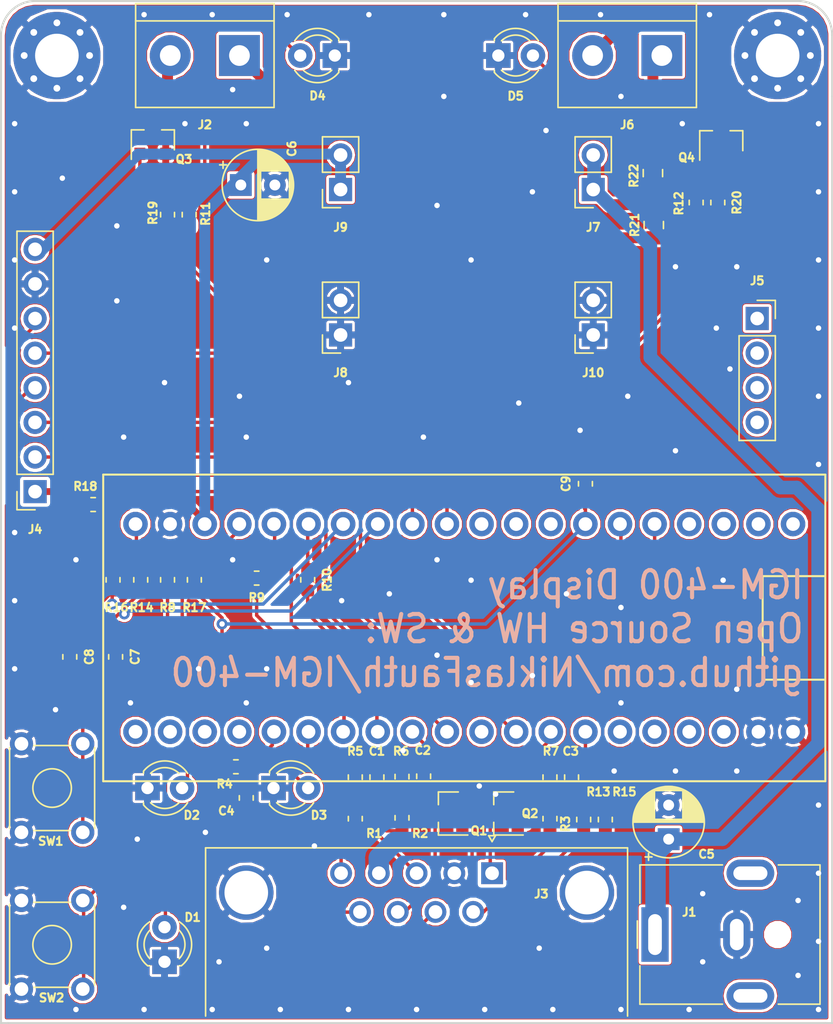
<source format=kicad_pcb>
(kicad_pcb (version 20171130) (host pcbnew 5.0.2-bee76a0~70~ubuntu18.04.1)
  (layers (0 F.Cu signal hide) (31 B.Cu signal hide) (34 B.Paste user hide) (35 F.Paste user) (36 B.SilkS user hide) (37 F.SilkS user) (38 B.Mask user) (39 F.Mask user) (44 Edge.Cuts user))
  (net 0 "")
  (net 1 "Net-(J4-Pad1)")
  (net 2 "Net-(J5-Pad1)")
  (net 3 "Net-(J5-Pad2)")
  (net 4 "Net-(J5-Pad3)")
  (net 5 "Net-(J5-Pad4)")
  (net 6 "Net-(J3-Pad1)")
  (net 7 "Net-(J3-Pad8)")
  (net 8 "Net-(U1-PadPB12)")
  (net 9 "Net-(U1-PadPB13)")
  (net 10 "Net-(U1-PadPB14)")
  (net 11 "Net-(U1-PadPB15)")
  (net 12 "Net-(U1-PadPA11)")
  (net 13 "Net-(U1-PadPA12)")
  (net 14 "Net-(U1-PadPA15)")
  (net 15 "Net-(U1-PadVBAT)")
  (net 16 "Net-(U1-PadPC13)")
  (net 17 "Net-(U1-PadPC14)")
  (net 18 "Net-(U1-PadPC15)")
  (net 19 "Net-(U1-PadPA6)")
  (net 20 "Net-(U1-PadPB10)")
  (net 21 "Net-(U1-PadPB11)")
  (net 22 "Net-(U1-PadNRST)")
  (net 23 "Net-(D1-Pad2)")
  (net 24 "Net-(D2-Pad2)")
  (net 25 "Net-(D3-Pad2)")
  (net 26 "Net-(J2-Pad1)")
  (net 27 "Net-(J2-Pad2)")
  (net 28 "Net-(J6-Pad2)")
  (net 29 "Net-(J6-Pad1)")
  (net 30 "Net-(D4-Pad2)")
  (net 31 "Net-(D5-Pad2)")
  (net 32 +24V)
  (net 33 I_LOW)
  (net 34 +3V3)
  (net 35 STATUS_OC)
  (net 36 +5V)
  (net 37 OUT1)
  (net 38 "Net-(Q3-Pad1)")
  (net 39 "Net-(Q4-Pad1)")
  (net 40 OUT2)
  (net 41 BUTTON_I)
  (net 42 "Net-(Q1-Pad1)")
  (net 43 MODE)
  (net 44 I_HIGH)
  (net 45 PWR)
  (net 46 EN)
  (net 47 "Net-(Q2-Pad1)")
  (net 48 GND)
  (net 49 B_IN)
  (net 50 A_IN)
  (net 51 A_REF)
  (net 52 DB9_REF)
  (net 53 DB9_C_IN)
  (net 54 C_IN)
  (net 55 DB9_B_IN)
  (net 56 DB9_A_IN)
  (net 57 BUTTON_PWR)
  (net 58 SCK)
  (net 59 MOSI)
  (net 60 DC)
  (net 61 RESET)
  (net 62 CS)
  (module BP:BLUEPILL (layer F.Cu) (at 83.5 101 270)
    (fp_text reference U1 hide)
    (fp_text value BP)
    (pad PB12 thru_hole circle (at -7.62 -24.13 270) (size 1.8 1.8) (drill 1) (layers *.Cu *.Mask) (net 8 "Net-(U1-PadPB12)"))
    (pad PB13 thru_hole circle (at -7.62 -21.59 270) (size 1.8 1.8) (drill 1) (layers *.Cu *.Mask) (net 9 "Net-(U1-PadPB13)"))
    (pad PB14 thru_hole circle (at -7.62 -19.05 270) (size 1.8 1.8) (drill 1) (layers *.Cu *.Mask) (net 10 "Net-(U1-PadPB14)"))
    (pad PB15 thru_hole circle (at -7.62 -16.51 270) (size 1.8 1.8) (drill 1) (layers *.Cu *.Mask) (net 11 "Net-(U1-PadPB15)"))
    (pad PA8 thru_hole circle (at -7.62 -13.97 270) (size 1.8 1.8) (drill 1) (layers *.Cu *.Mask) (net 46 EN))
    (pad PA9 thru_hole circle (at -7.62 -11.43 270) (size 1.8 1.8) (drill 1) (layers *.Cu *.Mask) (net 43 MODE))
    (pad PA10 thru_hole circle (at -7.62 -8.89 270) (size 1.8 1.8) (drill 1) (layers *.Cu *.Mask) (net 35 STATUS_OC))
    (pad PA11 thru_hole circle (at -7.62 -6.35 270) (size 1.8 1.8) (drill 1) (layers *.Cu *.Mask) (net 12 "Net-(U1-PadPA11)"))
    (pad PA12 thru_hole circle (at -7.62 -3.81 270) (size 1.8 1.8) (drill 1) (layers *.Cu *.Mask) (net 13 "Net-(U1-PadPA12)"))
    (pad PA15 thru_hole circle (at -7.62 -1.27 270) (size 1.8 1.8) (drill 1) (layers *.Cu *.Mask) (net 14 "Net-(U1-PadPA15)"))
    (pad PB3 thru_hole circle (at -7.62 1.27 270) (size 1.8 1.8) (drill 1) (layers *.Cu *.Mask) (net 40 OUT2))
    (pad PB4 thru_hole circle (at -7.62 3.81 270) (size 1.8 1.8) (drill 1) (layers *.Cu *.Mask) (net 37 OUT1))
    (pad PB5 thru_hole circle (at -7.62 6.35 270) (size 1.8 1.8) (drill 1) (layers *.Cu *.Mask) (net 41 BUTTON_I))
    (pad PB6 thru_hole circle (at -7.62 8.89 270) (size 1.8 1.8) (drill 1) (layers *.Cu *.Mask) (net 57 BUTTON_PWR))
    (pad PB7 thru_hole circle (at -7.62 11.43 270) (size 1.8 1.8) (drill 1) (layers *.Cu *.Mask) (net 44 I_HIGH))
    (pad PB8 thru_hole circle (at -7.62 13.97 270) (size 1.8 1.8) (drill 1) (layers *.Cu *.Mask) (net 33 I_LOW))
    (pad PB9 thru_hole circle (at -7.62 16.51 270) (size 1.8 1.8) (drill 1) (layers *.Cu *.Mask) (net 45 PWR))
    (pad G thru_hole circle (at -7.62 21.59 270) (size 1.8 1.8) (drill 1) (layers *.Cu *.Mask) (net 48 GND))
    (pad 3V3 thru_hole circle (at -7.62 24.13 270) (size 1.8 1.8) (drill 1) (layers *.Cu *.Mask) (net 34 +3V3))
    (pad VBAT thru_hole circle (at 7.62 24.13 270) (size 1.8 1.8) (drill 1) (layers *.Cu *.Mask) (net 15 "Net-(U1-PadVBAT)"))
    (pad PC13 thru_hole circle (at 7.62 21.59 270) (size 1.8 1.8) (drill 1) (layers *.Cu *.Mask) (net 16 "Net-(U1-PadPC13)"))
    (pad PC14 thru_hole circle (at 7.62 19.05 270) (size 1.8 1.8) (drill 1) (layers *.Cu *.Mask) (net 17 "Net-(U1-PadPC14)"))
    (pad PC15 thru_hole circle (at 7.62 16.51 270) (size 1.8 1.8) (drill 1) (layers *.Cu *.Mask) (net 18 "Net-(U1-PadPC15)"))
    (pad PA0 thru_hole circle (at 7.62 13.97 270) (size 1.8 1.8) (drill 1) (layers *.Cu *.Mask) (net 51 A_REF))
    (pad PA1 thru_hole circle (at 7.62 11.43 270) (size 1.8 1.8) (drill 1) (layers *.Cu *.Mask) (net 50 A_IN))
    (pad PA2 thru_hole circle (at 7.62 8.89 270) (size 1.8 1.8) (drill 1) (layers *.Cu *.Mask) (net 62 CS))
    (pad PA3 thru_hole circle (at 7.62 6.35 270) (size 1.8 1.8) (drill 1) (layers *.Cu *.Mask) (net 60 DC))
    (pad PA4 thru_hole circle (at 7.62 3.81 270) (size 1.8 1.8) (drill 1) (layers *.Cu *.Mask) (net 61 RESET))
    (pad PA5 thru_hole circle (at 7.62 1.27 270) (size 1.8 1.8) (drill 1) (layers *.Cu *.Mask) (net 58 SCK))
    (pad PA6 thru_hole circle (at 7.62 -1.27 270) (size 1.8 1.8) (drill 1) (layers *.Cu *.Mask) (net 19 "Net-(U1-PadPA6)"))
    (pad PA7 thru_hole circle (at 7.62 -3.81 270) (size 1.8 1.8) (drill 1) (layers *.Cu *.Mask) (net 59 MOSI))
    (pad PB0 thru_hole circle (at 7.62 -6.35 270) (size 1.8 1.8) (drill 1) (layers *.Cu *.Mask) (net 49 B_IN))
    (pad PB1 thru_hole circle (at 7.62 -8.89 270) (size 1.8 1.8) (drill 1) (layers *.Cu *.Mask) (net 54 C_IN))
    (pad PB10 thru_hole circle (at 7.62 -11.43 270) (size 1.8 1.8) (drill 1) (layers *.Cu *.Mask) (net 20 "Net-(U1-PadPB10)"))
    (pad PB11 thru_hole circle (at 7.62 -13.97 270) (size 1.8 1.8) (drill 1) (layers *.Cu *.Mask) (net 21 "Net-(U1-PadPB11)"))
    (pad NRST thru_hole circle (at 7.62 -16.51 270) (size 1.8 1.8) (drill 1) (layers *.Cu *.Mask) (net 22 "Net-(U1-PadNRST)"))
    (pad 3V3 thru_hole circle (at 7.62 -19.05 270) (size 1.8 1.8) (drill 1) (layers *.Cu *.Mask) (net 34 +3V3))
    (pad G thru_hole circle (at 7.62 -21.59 270) (size 1.8 1.8) (drill 1) (layers *.Cu *.Mask) (net 48 GND))
    (pad G thru_hole circle (at 7.62 -24.13 270) (size 1.8 1.8) (drill 1) (layers *.Cu *.Mask) (net 48 GND))
    (pad 5V thru_hole circle (at -7.62 19.05 270) (size 1.8 1.8) (drill 1) (layers *.Cu *.Mask) (net 36 +5V))
  )
  (module MountingHole:MountingHole_3.2mm_M3_Pad_Via (layer F.Cu) (at 53.6 59)
    (fp_text reference H1 hide)
    (fp_text value MountingHole_Pad)
    (pad 1 thru_hole circle (at 1.697056 -1.697056) (size 0.8 0.8) (drill 0.5) (layers *.Cu *.Mask) (net 48 GND))
    (pad 1 thru_hole circle (at 0 -2.4) (size 0.8 0.8) (drill 0.5) (layers *.Cu *.Mask) (net 48 GND))
    (pad 1 thru_hole circle (at -1.697056 -1.697056) (size 0.8 0.8) (drill 0.5) (layers *.Cu *.Mask) (net 48 GND))
    (pad 1 thru_hole circle (at -2.4 0) (size 0.8 0.8) (drill 0.5) (layers *.Cu *.Mask) (net 48 GND))
    (pad 1 thru_hole circle (at -1.697056 1.697056) (size 0.8 0.8) (drill 0.5) (layers *.Cu *.Mask) (net 48 GND))
    (pad 1 thru_hole circle (at 0 2.4) (size 0.8 0.8) (drill 0.5) (layers *.Cu *.Mask) (net 48 GND))
    (pad 1 thru_hole circle (at 1.697056 1.697056) (size 0.8 0.8) (drill 0.5) (layers *.Cu *.Mask) (net 48 GND))
    (pad 1 thru_hole circle (at 2.4 0) (size 0.8 0.8) (drill 0.5) (layers *.Cu *.Mask) (net 48 GND))
    (pad 1 thru_hole circle (at 0 0) (size 6.4 6.4) (drill 3.2) (layers *.Cu *.Mask) (net 48 GND))
  )
  (module MountingHole:MountingHole_3.2mm_M3_Pad_Via (layer F.Cu) (at 106.5 59)
    (fp_text reference H2 hide)
    (fp_text value MountingHole_Pad)
    (pad 1 thru_hole circle (at 0 0) (size 6.4 6.4) (drill 3.2) (layers *.Cu *.Mask) (net 48 GND))
    (pad 1 thru_hole circle (at 2.4 0) (size 0.8 0.8) (drill 0.5) (layers *.Cu *.Mask) (net 48 GND))
    (pad 1 thru_hole circle (at 1.697056 1.697056) (size 0.8 0.8) (drill 0.5) (layers *.Cu *.Mask) (net 48 GND))
    (pad 1 thru_hole circle (at 0 2.4) (size 0.8 0.8) (drill 0.5) (layers *.Cu *.Mask) (net 48 GND))
    (pad 1 thru_hole circle (at -1.697056 1.697056) (size 0.8 0.8) (drill 0.5) (layers *.Cu *.Mask) (net 48 GND))
    (pad 1 thru_hole circle (at -2.4 0) (size 0.8 0.8) (drill 0.5) (layers *.Cu *.Mask) (net 48 GND))
    (pad 1 thru_hole circle (at -1.697056 -1.697056) (size 0.8 0.8) (drill 0.5) (layers *.Cu *.Mask) (net 48 GND))
    (pad 1 thru_hole circle (at 0 -2.4) (size 0.8 0.8) (drill 0.5) (layers *.Cu *.Mask) (net 48 GND))
    (pad 1 thru_hole circle (at 1.697056 -1.697056) (size 0.8 0.8) (drill 0.5) (layers *.Cu *.Mask) (net 48 GND))
  )
  (module Capacitor_SMD:C_0603_1608Metric (layer F.Cu) (at 77.089 111.9505 90)
    (fp_text reference C1 (at 1.905 0 180) (layer F.SilkS) (effects (font (size 0.6 0.6))))
    (fp_text value 1n)
    (pad 1 smd roundrect (at -0.7875 0 90) (size 0.875 0.95) (layers F.Cu F.Paste F.Mask) (net 50 A_IN))
    (pad 2 smd roundrect (at 0.7875 0 90) (size 0.875 0.95) (layers F.Cu F.Paste F.Mask) (net 48 GND))
  )
  (module Capacitor_SMD:C_0603_1608Metric (layer F.Cu) (at 91.3765 111.9505 90)
    (fp_text reference C3 (at 1.905 -0.0635 180) (layer F.SilkS) (effects (font (size 0.6 0.6))))
    (fp_text value 1n)
    (pad 2 smd roundrect (at 0.7875 0 90) (size 0.875 0.95) (layers F.Cu F.Paste F.Mask) (net 48 GND))
    (pad 1 smd roundrect (at -0.7875 0 90) (size 0.875 0.95) (layers F.Cu F.Paste F.Mask) (net 54 C_IN))
  )
  (module Capacitor_SMD:C_0603_1608Metric (layer F.Cu) (at 67.5005 113.4745 270)
    (fp_text reference C4 (at 0.9525 1.4605) (layer F.SilkS) (effects (font (size 0.6 0.6))))
    (fp_text value 1n)
    (pad 1 smd roundrect (at -0.7875 0 270) (size 0.875 0.95) (layers F.Cu F.Paste F.Mask) (net 51 A_REF))
    (pad 2 smd roundrect (at 0.7875 0 270) (size 0.875 0.95) (layers F.Cu F.Paste F.Mask) (net 48 GND))
  )
  (module Capacitor_SMD:C_0603_1608Metric (layer F.Cu) (at 57.912 103.124 270)
    (fp_text reference C7 (at 0 -1.43 270) (layer F.SilkS) (effects (font (size 0.6 0.6))))
    (fp_text value 1n)
    (pad 2 smd roundrect (at 0.7875 0 270) (size 0.875 0.95) (layers F.Cu F.Paste F.Mask) (net 48 GND))
    (pad 1 smd roundrect (at -0.7875 0 270) (size 0.875 0.95) (layers F.Cu F.Paste F.Mask) (net 41 BUTTON_I))
  )
  (module Capacitor_SMD:C_0603_1608Metric (layer F.Cu) (at 54.5465 103.124 270)
    (fp_text reference C8 (at 0 -1.43 270) (layer F.SilkS) (effects (font (size 0.6 0.6))))
    (fp_text value 1n)
    (pad 1 smd roundrect (at -0.7875 0 270) (size 0.875 0.95) (layers F.Cu F.Paste F.Mask) (net 57 BUTTON_PWR))
    (pad 2 smd roundrect (at 0.7875 0 270) (size 0.875 0.95) (layers F.Cu F.Paste F.Mask) (net 48 GND))
  )
  (module Capacitor_SMD:C_0603_1608Metric (layer F.Cu) (at 92.3925 90.424 90)
    (fp_text reference C9 (at 0 -1.43 90) (layer F.SilkS) (effects (font (size 0.6 0.6))))
    (fp_text value 1n)
    (pad 2 smd roundrect (at 0.7875 0 90) (size 0.875 0.95) (layers F.Cu F.Paste F.Mask) (net 48 GND))
    (pad 1 smd roundrect (at -0.7875 0 90) (size 0.875 0.95) (layers F.Cu F.Paste F.Mask) (net 35 STATUS_OC))
  )
  (module Capacitor_SMD:C_0603_1608Metric (layer F.Cu) (at 80.518 111.887 90)
    (fp_text reference C2 (at 1.905 -0.0635 180) (layer F.SilkS) (effects (font (size 0.6 0.6))))
    (fp_text value 1n)
    (pad 1 smd roundrect (at -0.7875 0 90) (size 0.875 0.95) (layers F.Cu F.Paste F.Mask) (net 49 B_IN))
    (pad 2 smd roundrect (at 0.7875 0 90) (size 0.875 0.95) (layers F.Cu F.Paste F.Mask) (net 48 GND))
  )
  (module Capacitor_THT:CP_Radial_D5.0mm_P2.50mm (layer F.Cu) (at 98.5 116.5 90)
    (fp_text reference C5 (at -1.102 2.7825 180) (layer F.SilkS) (effects (font (size 0.6 0.6))))
    (fp_text value 22u)
    (pad 2 thru_hole circle (at 2.5 0 90) (size 1.6 1.6) (drill 0.8) (layers *.Cu *.Mask) (net 48 GND))
    (pad 1 thru_hole rect (at 0 0 90) (size 1.6 1.6) (drill 0.8) (layers *.Cu *.Mask) (net 32 +24V))
  )
  (module Capacitor_THT:CP_Radial_D5.0mm_P2.50mm (layer F.Cu) (at 67.1 68.5)
    (fp_text reference C6 (at 3.7465 -2.667 -270) (layer F.SilkS) (effects (font (size 0.6 0.6))))
    (fp_text value 220u)
    (pad 1 thru_hole rect (at 0 0) (size 1.6 1.6) (drill 0.8) (layers *.Cu *.Mask) (net 36 +5V))
    (pad 2 thru_hole circle (at 2.5 0) (size 1.6 1.6) (drill 0.8) (layers *.Cu *.Mask) (net 48 GND))
  )
  (module Connector_PinSocket_2.54mm:PinSocket_1x02_P2.54mm_Vertical (layer F.Cu) (at 92.964 68.834 180)
    (fp_text reference J7 (at 0 -2.77 180) (layer F.SilkS) (effects (font (size 0.6 0.6))))
    (fp_text value Conn_01x02)
    (pad 2 thru_hole oval (at 0 2.54 180) (size 1.7 1.7) (drill 1) (layers *.Cu *.Mask) (net 32 +24V))
    (pad 1 thru_hole rect (at 0 0 180) (size 1.7 1.7) (drill 1) (layers *.Cu *.Mask) (net 32 +24V))
  )
  (module Connector_PinSocket_2.54mm:PinSocket_1x02_P2.54mm_Vertical (layer F.Cu) (at 74.422 68.834 180)
    (fp_text reference J9 (at 0 -2.77 180) (layer F.SilkS) (effects (font (size 0.6 0.6))))
    (fp_text value Conn_01x02)
    (pad 1 thru_hole rect (at 0 0 180) (size 1.7 1.7) (drill 1) (layers *.Cu *.Mask) (net 36 +5V))
    (pad 2 thru_hole oval (at 0 2.54 180) (size 1.7 1.7) (drill 1) (layers *.Cu *.Mask) (net 36 +5V))
  )
  (module Connector_PinSocket_2.54mm:PinSocket_1x02_P2.54mm_Vertical (layer F.Cu) (at 92.963999 79.502 180)
    (fp_text reference J10 (at 0 -2.77 180) (layer F.SilkS) (effects (font (size 0.6 0.6))))
    (fp_text value Conn_01x02)
    (pad 2 thru_hole oval (at 0 2.54 180) (size 1.7 1.7) (drill 1) (layers *.Cu *.Mask) (net 48 GND))
    (pad 1 thru_hole rect (at 0 0 180) (size 1.7 1.7) (drill 1) (layers *.Cu *.Mask) (net 48 GND))
  )
  (module Connector_PinSocket_2.54mm:PinSocket_1x02_P2.54mm_Vertical (layer F.Cu) (at 74.422 79.501999 180)
    (fp_text reference J8 (at 0 -2.77 180) (layer F.SilkS) (effects (font (size 0.6 0.6))))
    (fp_text value Conn_01x02)
    (pad 1 thru_hole rect (at 0 0 180) (size 1.7 1.7) (drill 1) (layers *.Cu *.Mask) (net 48 GND))
    (pad 2 thru_hole oval (at 0 2.54 180) (size 1.7 1.7) (drill 1) (layers *.Cu *.Mask) (net 48 GND))
  )
  (module Package_TO_SOT_SMD:SOT-23 (layer F.Cu) (at 86.4235 114.6175 180)
    (fp_text reference Q2 (at -1.905 0 180) (layer F.SilkS) (effects (font (size 0.6 0.6))))
    (fp_text value 2N7002)
    (pad 3 smd rect (at 1 0 180) (size 0.9 0.8) (layers F.Cu F.Paste F.Mask) (net 6 "Net-(J3-Pad1)"))
    (pad 2 smd rect (at -1 0.95 180) (size 0.9 0.8) (layers F.Cu F.Paste F.Mask) (net 48 GND))
    (pad 1 smd rect (at -1 -0.95 180) (size 0.9 0.8) (layers F.Cu F.Paste F.Mask) (net 47 "Net-(Q2-Pad1)"))
  )
  (module Package_TO_SOT_SMD:SOT-23 (layer F.Cu) (at 82.3595 114.6175 180)
    (fp_text reference Q1 (at -2.2225 -1.27 180) (layer F.SilkS) (effects (font (size 0.6 0.6))))
    (fp_text value 2N7002)
    (pad 1 smd rect (at -1 -0.95 180) (size 0.9 0.8) (layers F.Cu F.Paste F.Mask) (net 42 "Net-(Q1-Pad1)"))
    (pad 2 smd rect (at -1 0.95 180) (size 0.9 0.8) (layers F.Cu F.Paste F.Mask) (net 48 GND))
    (pad 3 smd rect (at 1 0 180) (size 0.9 0.8) (layers F.Cu F.Paste F.Mask) (net 7 "Net-(J3-Pad8)"))
  )
  (module Package_TO_SOT_SMD:SOT-23 (layer F.Cu) (at 60.6425 65.2145 90)
    (fp_text reference Q3 (at -1.397 2.286 180) (layer F.SilkS) (effects (font (size 0.6 0.6))))
    (fp_text value 2N7002)
    (pad 3 smd rect (at 1 0 90) (size 0.9 0.8) (layers F.Cu F.Paste F.Mask) (net 27 "Net-(J2-Pad2)"))
    (pad 2 smd rect (at -1 0.95 90) (size 0.9 0.8) (layers F.Cu F.Paste F.Mask) (net 48 GND))
    (pad 1 smd rect (at -1 -0.95 90) (size 0.9 0.8) (layers F.Cu F.Paste F.Mask) (net 38 "Net-(Q3-Pad1)"))
  )
  (module Package_TO_SOT_SMD:SOT-23 (layer F.Cu) (at 102.362 65.278 90)
    (fp_text reference Q4 (at -1.2065 -2.54 180) (layer F.SilkS) (effects (font (size 0.6 0.6))))
    (fp_text value 2N7002)
    (pad 1 smd rect (at -1 -0.95 90) (size 0.9 0.8) (layers F.Cu F.Paste F.Mask) (net 39 "Net-(Q4-Pad1)"))
    (pad 2 smd rect (at -1 0.95 90) (size 0.9 0.8) (layers F.Cu F.Paste F.Mask) (net 48 GND))
    (pad 3 smd rect (at 1 0 90) (size 0.9 0.8) (layers F.Cu F.Paste F.Mask) (net 28 "Net-(J6-Pad2)"))
  )
  (module Resistor_SMD:R_0603_1608Metric (layer F.Cu) (at 89.789 111.9505 270)
    (fp_text reference R7 (at -1.905 -0.0635) (layer F.SilkS) (effects (font (size 0.6 0.6))))
    (fp_text value 100)
    (pad 2 smd roundrect (at 0.7875 0 270) (size 0.875 0.95) (layers F.Cu F.Paste F.Mask) (net 54 C_IN))
    (pad 1 smd roundrect (at -0.7875 0 270) (size 0.875 0.95) (layers F.Cu F.Paste F.Mask) (net 48 GND))
  )
  (module Resistor_SMD:R_0603_1608Metric (layer F.Cu) (at 57.7215 97.4725 90)
    (fp_text reference R16 (at -2.032 0.254 180) (layer F.SilkS) (effects (font (size 0.6 0.6))))
    (fp_text value 10k)
    (pad 1 smd roundrect (at -0.7875 0 90) (size 0.875 0.95) (layers F.Cu F.Paste F.Mask) (net 57 BUTTON_PWR))
    (pad 2 smd roundrect (at 0.7875 0 90) (size 0.875 0.95) (layers F.Cu F.Paste F.Mask) (net 34 +3V3))
  )
  (module Resistor_SMD:R_0603_1608Metric (layer F.Cu) (at 75.5015 114.9985 270)
    (fp_text reference R1 (at 1.0795 -1.397) (layer F.SilkS) (effects (font (size 0.6 0.6))))
    (fp_text value 100)
    (pad 2 smd roundrect (at 0.7875 0 270) (size 0.875 0.95) (layers F.Cu F.Paste F.Mask) (net 56 DB9_A_IN))
    (pad 1 smd roundrect (at -0.7875 0 270) (size 0.875 0.95) (layers F.Cu F.Paste F.Mask) (net 50 A_IN))
  )
  (module Resistor_SMD:R_0603_1608Metric (layer F.Cu) (at 78.9305 114.935 270)
    (fp_text reference R2 (at 1.143 -1.3335) (layer F.SilkS) (effects (font (size 0.6 0.6))))
    (fp_text value 100)
    (pad 1 smd roundrect (at -0.7875 0 270) (size 0.875 0.95) (layers F.Cu F.Paste F.Mask) (net 49 B_IN))
    (pad 2 smd roundrect (at 0.7875 0 270) (size 0.875 0.95) (layers F.Cu F.Paste F.Mask) (net 55 DB9_B_IN))
  )
  (module Resistor_SMD:R_0603_1608Metric (layer F.Cu) (at 89.789 114.9985 270)
    (fp_text reference R3 (at 0.381 -1.143 270) (layer F.SilkS) (effects (font (size 0.6 0.6))))
    (fp_text value 100)
    (pad 2 smd roundrect (at 0.7875 0 270) (size 0.875 0.95) (layers F.Cu F.Paste F.Mask) (net 53 DB9_C_IN))
    (pad 1 smd roundrect (at -0.7875 0 270) (size 0.875 0.95) (layers F.Cu F.Paste F.Mask) (net 54 C_IN))
  )
  (module Resistor_SMD:R_0603_1608Metric (layer F.Cu) (at 66.7385 111.1885 180)
    (fp_text reference R4 (at 0.8255 -1.27 180) (layer F.SilkS) (effects (font (size 0.6 0.6))))
    (fp_text value 100)
    (pad 1 smd roundrect (at -0.7875 0 180) (size 0.875 0.95) (layers F.Cu F.Paste F.Mask) (net 51 A_REF))
    (pad 2 smd roundrect (at 0.7875 0 180) (size 0.875 0.95) (layers F.Cu F.Paste F.Mask) (net 52 DB9_REF))
  )
  (module Resistor_SMD:R_0603_1608Metric (layer F.Cu) (at 75.5015 111.9505 270)
    (fp_text reference R5 (at -1.905 0) (layer F.SilkS) (effects (font (size 0.6 0.6))))
    (fp_text value 100)
    (pad 2 smd roundrect (at 0.7875 0 270) (size 0.875 0.95) (layers F.Cu F.Paste F.Mask) (net 50 A_IN))
    (pad 1 smd roundrect (at -0.7875 0 270) (size 0.875 0.95) (layers F.Cu F.Paste F.Mask) (net 48 GND))
  )
  (module Resistor_SMD:R_0603_1608Metric (layer F.Cu) (at 78.9305 111.912501 270)
    (fp_text reference R6 (at -1.867001 0.0635) (layer F.SilkS) (effects (font (size 0.6 0.6))))
    (fp_text value 100)
    (pad 1 smd roundrect (at -0.7875 0 270) (size 0.875 0.95) (layers F.Cu F.Paste F.Mask) (net 48 GND))
    (pad 2 smd roundrect (at 0.7875 0 270) (size 0.875 0.95) (layers F.Cu F.Paste F.Mask) (net 49 B_IN))
  )
  (module Resistor_SMD:R_0603_1608Metric (layer F.Cu) (at 93.853 115.062 90)
    (fp_text reference R15 (at 2.032 1.397 180) (layer F.SilkS) (effects (font (size 0.6 0.6))))
    (fp_text value 10k)
    (pad 2 smd roundrect (at 0.7875 0 90) (size 0.875 0.95) (layers F.Cu F.Paste F.Mask) (net 46 EN))
    (pad 1 smd roundrect (at -0.7875 0 90) (size 0.875 0.95) (layers F.Cu F.Paste F.Mask) (net 47 "Net-(Q2-Pad1)"))
  )
  (module Resistor_SMD:R_0603_1608Metric (layer F.Cu) (at 61.722 97.4725 270)
    (fp_text reference R8 (at 2.032 0) (layer F.SilkS) (effects (font (size 0.6 0.6))))
    (fp_text value 470)
    (pad 1 smd roundrect (at -0.7875 0 270) (size 0.875 0.95) (layers F.Cu F.Paste F.Mask) (net 45 PWR))
    (pad 2 smd roundrect (at 0.7875 0 270) (size 0.875 0.95) (layers F.Cu F.Paste F.Mask) (net 23 "Net-(D1-Pad2)"))
  )
  (module Resistor_SMD:R_0603_1608Metric (layer F.Cu) (at 72.009 97.4725 270)
    (fp_text reference R10 (at 0 -1.43 270) (layer F.SilkS) (effects (font (size 0.6 0.6))))
    (fp_text value 470)
    (pad 2 smd roundrect (at 0.7875 0 270) (size 0.875 0.95) (layers F.Cu F.Paste F.Mask) (net 25 "Net-(D3-Pad2)"))
    (pad 1 smd roundrect (at -0.7875 0 270) (size 0.875 0.95) (layers F.Cu F.Paste F.Mask) (net 44 I_HIGH))
  )
  (module Resistor_SMD:R_0603_1608Metric (layer F.Cu) (at 63.3095 70.6755 90)
    (fp_text reference R11 (at 0.0635 1.2065 90) (layer F.SilkS) (effects (font (size 0.6 0.6))))
    (fp_text value 470)
    (pad 1 smd roundrect (at -0.7875 0 90) (size 0.875 0.95) (layers F.Cu F.Paste F.Mask) (net 37 OUT1))
    (pad 2 smd roundrect (at 0.7875 0 90) (size 0.875 0.95) (layers F.Cu F.Paste F.Mask) (net 30 "Net-(D4-Pad2)"))
  )
  (module Resistor_SMD:R_0603_1608Metric (layer F.Cu) (at 100.5205 69.7865 90)
    (fp_text reference R12 (at -0.0635 -1.27 90) (layer F.SilkS) (effects (font (size 0.6 0.6))))
    (fp_text value 470)
    (pad 2 smd roundrect (at 0.7875 0 90) (size 0.875 0.95) (layers F.Cu F.Paste F.Mask) (net 31 "Net-(D5-Pad2)"))
    (pad 1 smd roundrect (at -0.7875 0 90) (size 0.875 0.95) (layers F.Cu F.Paste F.Mask) (net 40 OUT2))
  )
  (module Resistor_SMD:R_0603_1608Metric (layer F.Cu) (at 92.2655 115.062 90)
    (fp_text reference R13 (at 2.032 1.0795 180) (layer F.SilkS) (effects (font (size 0.6 0.6))))
    (fp_text value 10k)
    (pad 1 smd roundrect (at -0.7875 0 90) (size 0.875 0.95) (layers F.Cu F.Paste F.Mask) (net 42 "Net-(Q1-Pad1)"))
    (pad 2 smd roundrect (at 0.7875 0 90) (size 0.875 0.95) (layers F.Cu F.Paste F.Mask) (net 43 MODE))
  )
  (module Resistor_SMD:R_0603_1608Metric (layer F.Cu) (at 59.7535 97.4725 90)
    (fp_text reference R14 (at -2.032 0.0635 180) (layer F.SilkS) (effects (font (size 0.6 0.6))))
    (fp_text value 10k)
    (pad 2 smd roundrect (at 0.7875 0 90) (size 0.875 0.95) (layers F.Cu F.Paste F.Mask) (net 34 +3V3))
    (pad 1 smd roundrect (at -0.7875 0 90) (size 0.875 0.95) (layers F.Cu F.Paste F.Mask) (net 41 BUTTON_I))
  )
  (module Resistor_SMD:R_0603_1608Metric (layer F.Cu) (at 102.108 69.7865 270)
    (fp_text reference R20 (at 0 -1.397 270) (layer F.SilkS) (effects (font (size 0.6 0.6))))
    (fp_text value 10k)
    (pad 1 smd roundrect (at -0.7875 0 270) (size 0.875 0.95) (layers F.Cu F.Paste F.Mask) (net 39 "Net-(Q4-Pad1)"))
    (pad 2 smd roundrect (at 0.7875 0 270) (size 0.875 0.95) (layers F.Cu F.Paste F.Mask) (net 40 OUT2))
  )
  (module Resistor_SMD:R_0603_1608Metric (layer F.Cu) (at 61.722 70.6755 270)
    (fp_text reference R19 (at -0.127 1.0795 270) (layer F.SilkS) (effects (font (size 0.6 0.6))))
    (fp_text value 10k)
    (pad 2 smd roundrect (at 0.7875 0 270) (size 0.875 0.95) (layers F.Cu F.Paste F.Mask) (net 37 OUT1))
    (pad 1 smd roundrect (at -0.7875 0 270) (size 0.875 0.95) (layers F.Cu F.Paste F.Mask) (net 38 "Net-(Q3-Pad1)"))
  )
  (module Resistor_SMD:R_0603_1608Metric (layer F.Cu) (at 56.261 91.948)
    (fp_text reference R18 (at -0.5715 -1.3335) (layer F.SilkS) (effects (font (size 0.6 0.6))))
    (fp_text value 10R)
    (pad 1 smd roundrect (at -0.7875 0) (size 0.875 0.95) (layers F.Cu F.Paste F.Mask) (net 1 "Net-(J4-Pad1)"))
    (pad 2 smd roundrect (at 0.7875 0) (size 0.875 0.95) (layers F.Cu F.Paste F.Mask) (net 36 +5V))
  )
  (module Resistor_SMD:R_0603_1608Metric (layer F.Cu) (at 63.6905 97.4725 90)
    (fp_text reference R17 (at -2.032 0 180) (layer F.SilkS) (effects (font (size 0.6 0.6))))
    (fp_text value 10k)
    (pad 2 smd roundrect (at 0.7875 0 90) (size 0.875 0.95) (layers F.Cu F.Paste F.Mask) (net 34 +3V3))
    (pad 1 smd roundrect (at -0.7875 0 90) (size 0.875 0.95) (layers F.Cu F.Paste F.Mask) (net 35 STATUS_OC))
  )
  (module Resistor_SMD:R_0603_1608Metric (layer F.Cu) (at 68.2625 97.3455 180)
    (fp_text reference R9 (at 0 -1.43 180) (layer F.SilkS) (effects (font (size 0.6 0.6))))
    (fp_text value 470)
    (pad 1 smd roundrect (at -0.7875 0 180) (size 0.875 0.95) (layers F.Cu F.Paste F.Mask) (net 33 I_LOW))
    (pad 2 smd roundrect (at 0.7875 0 180) (size 0.875 0.95) (layers F.Cu F.Paste F.Mask) (net 24 "Net-(D2-Pad2)"))
  )
  (module Resistor_SMD:R_0805_2012Metric (layer F.Cu) (at 97.3455 67.6275 270)
    (fp_text reference R22 (at 0.1905 1.397 270) (layer F.SilkS) (effects (font (size 0.6 0.6))))
    (fp_text value 0R)
    (pad 2 smd roundrect (at 0.9375 0 270) (size 0.975 1.4) (layers F.Cu F.Paste F.Mask) (net 32 +24V))
    (pad 1 smd roundrect (at -0.9375 0 270) (size 0.975 1.4) (layers F.Cu F.Paste F.Mask) (net 29 "Net-(J6-Pad1)"))
  )
  (module Resistor_SMD:R_0805_2012Metric (layer F.Cu) (at 97.409 71.4375 90)
    (fp_text reference R21 (at 0 -1.397 90) (layer F.SilkS) (effects (font (size 0.6 0.6))))
    (fp_text value 0R)
    (pad 1 smd roundrect (at -0.9375 0 90) (size 0.975 1.4) (layers F.Cu F.Paste F.Mask) (net 26 "Net-(J2-Pad1)"))
    (pad 2 smd roundrect (at 0.9375 0 90) (size 0.975 1.4) (layers F.Cu F.Paste F.Mask) (net 32 +24V))
  )
  (module LED_THT:LED_D3.0mm (layer F.Cu) (at 86 59)
    (fp_text reference D5 (at 1.27 2.976) (layer F.SilkS) (effects (font (size 0.6 0.6))))
    (fp_text value LED)
    (pad 2 thru_hole circle (at 2.54 0) (size 1.8 1.8) (drill 0.9) (layers *.Cu *.Mask) (net 31 "Net-(D5-Pad2)"))
    (pad 1 thru_hole rect (at 0 0) (size 1.8 1.8) (drill 0.9) (layers *.Cu *.Mask) (net 48 GND))
  )
  (module LED_THT:LED_D3.0mm (layer F.Cu) (at 74 59 180)
    (fp_text reference D4 (at 1.27 -2.96 180) (layer F.SilkS) (effects (font (size 0.6 0.6))))
    (fp_text value LED)
    (pad 1 thru_hole rect (at 0 0 180) (size 1.8 1.8) (drill 0.9) (layers *.Cu *.Mask) (net 48 GND))
    (pad 2 thru_hole circle (at 2.54 0 180) (size 1.8 1.8) (drill 0.9) (layers *.Cu *.Mask) (net 30 "Net-(D4-Pad2)"))
  )
  (module TerminalBlock:TerminalBlock_bornier-2_P5.08mm (layer F.Cu) (at 98 59 180)
    (fp_text reference J6 (at 2.54 -5.08 180) (layer F.SilkS) (effects (font (size 0.6 0.6))))
    (fp_text value Screw_Terminal_01x02)
    (pad 2 thru_hole circle (at 5.08 0 180) (size 3 3) (drill 1.52) (layers *.Cu *.Mask) (net 28 "Net-(J6-Pad2)"))
    (pad 1 thru_hole rect (at 0 0 180) (size 3 3) (drill 1.52) (layers *.Cu *.Mask) (net 29 "Net-(J6-Pad1)"))
  )
  (module TerminalBlock:TerminalBlock_bornier-2_P5.08mm (layer F.Cu) (at 67 59 180)
    (fp_text reference J2 (at 2.54 -5.08 180) (layer F.SilkS) (effects (font (size 0.6 0.6))))
    (fp_text value Screw_Terminal_01x02)
    (pad 1 thru_hole rect (at 0 0 180) (size 3 3) (drill 1.52) (layers *.Cu *.Mask) (net 26 "Net-(J2-Pad1)"))
    (pad 2 thru_hole circle (at 5.08 0 180) (size 3 3) (drill 1.52) (layers *.Cu *.Mask) (net 27 "Net-(J2-Pad2)"))
  )
  (module Button_Switch_THT:SW_TH_Tactile_Omron_B3F-10xx (layer F.Cu) (at 55.5 121 270)
    (fp_text reference SW2 (at 7.143 2.287) (layer F.SilkS) (effects (font (size 0.6 0.6))))
    (fp_text value SW_Push_Dual)
    (pad 4 thru_hole circle (at 6.5 4.5 270) (size 1.7 1.7) (drill 1) (layers *.Cu *.Mask) (net 48 GND))
    (pad 3 thru_hole circle (at 0 4.5 270) (size 1.7 1.7) (drill 1) (layers *.Cu *.Mask) (net 48 GND))
    (pad 2 thru_hole circle (at 6.5 0 270) (size 1.7 1.7) (drill 1) (layers *.Cu *.Mask) (net 41 BUTTON_I))
    (pad 1 thru_hole circle (at 0 0 270) (size 1.7 1.7) (drill 1) (layers *.Cu *.Mask) (net 41 BUTTON_I))
  )
  (module LED_THT:LED_D3.0mm (layer F.Cu) (at 69.5 112.75)
    (fp_text reference D3 (at 3.3345 1.9945) (layer F.SilkS) (effects (font (size 0.6 0.6))))
    (fp_text value LED)
    (pad 1 thru_hole rect (at 0 0) (size 1.8 1.8) (drill 0.9) (layers *.Cu *.Mask) (net 48 GND))
    (pad 2 thru_hole circle (at 2.54 0) (size 1.8 1.8) (drill 0.9) (layers *.Cu *.Mask) (net 25 "Net-(D3-Pad2)"))
  )
  (module LED_THT:LED_D3.0mm (layer F.Cu) (at 60.25 112.75)
    (fp_text reference D2 (at 3.25 1.9945) (layer F.SilkS) (effects (font (size 0.6 0.6))))
    (fp_text value LED)
    (pad 2 thru_hole circle (at 2.54 0) (size 1.8 1.8) (drill 0.9) (layers *.Cu *.Mask) (net 24 "Net-(D2-Pad2)"))
    (pad 1 thru_hole rect (at 0 0) (size 1.8 1.8) (drill 0.9) (layers *.Cu *.Mask) (net 48 GND))
  )
  (module LED_THT:LED_D3.0mm (layer F.Cu) (at 61.5 125.5 90)
    (fp_text reference D1 (at 3.2625 2.0635 180) (layer F.SilkS) (effects (font (size 0.6 0.6))))
    (fp_text value LED)
    (pad 1 thru_hole rect (at 0 0 90) (size 1.8 1.8) (drill 0.9) (layers *.Cu *.Mask) (net 48 GND))
    (pad 2 thru_hole circle (at 2.54 0 90) (size 1.8 1.8) (drill 0.9) (layers *.Cu *.Mask) (net 23 "Net-(D1-Pad2)"))
  )
  (module Button_Switch_THT:SW_TH_Tactile_Omron_B3F-10xx (layer F.Cu) (at 55.5 109.5 270)
    (fp_text reference SW1 (at 7.1495 2.3505) (layer F.SilkS) (effects (font (size 0.6 0.6))))
    (fp_text value SW_Push_Dual)
    (pad 4 thru_hole circle (at 6.5 4.5 270) (size 1.7 1.7) (drill 1) (layers *.Cu *.Mask) (net 48 GND))
    (pad 3 thru_hole circle (at 0 4.5 270) (size 1.7 1.7) (drill 1) (layers *.Cu *.Mask) (net 48 GND))
    (pad 2 thru_hole circle (at 6.5 0 270) (size 1.7 1.7) (drill 1) (layers *.Cu *.Mask) (net 57 BUTTON_PWR))
    (pad 1 thru_hole circle (at 0 0 270) (size 1.7 1.7) (drill 1) (layers *.Cu *.Mask) (net 57 BUTTON_PWR))
  )
  (module Connector_BarrelJack:BarrelJack_CUI_PJ-063AH_Horizontal (layer F.Cu) (at 97.5 123.5 90)
    (fp_text reference J1 (at 1.6435 2.5125 180) (layer F.SilkS) (effects (font (size 0.6 0.6))))
    (fp_text value Barrel_Jack_Switch)
    (pad 1 thru_hole rect (at 0 0 90) (size 4 2) (drill oval 3 1) (layers *.Cu *.Mask) (net 32 +24V))
    (pad 2 thru_hole oval (at 0 6 90) (size 3.3 2) (drill oval 2.3 1) (layers *.Cu *.Mask) (net 48 GND))
    (pad MP thru_hole oval (at -4.5 7 90) (size 2 3.5) (drill oval 1 2.5) (layers *.Cu *.Mask))
    (pad MP thru_hole oval (at 4.5 7 90) (size 2 3.5) (drill oval 1 2.5) (layers *.Cu *.Mask))
    (pad "" np_thru_hole circle (at 0 9 90) (size 1.6 1.6) (drill 1.6) (layers *.Cu *.Mask))
  )
  (module Connector_Dsub:DSUB-9_Female_Horizontal_P2.77x2.84mm_EdgePinOffset7.70mm_Housed_MountingHolesOffset9.12mm (layer F.Cu) (at 85.54 119)
    (fp_text reference J3 (at 3.614 1.523) (layer F.SilkS) (effects (font (size 0.6 0.6))))
    (fp_text value DB9_Female_MountingHoles)
    (pad 1 thru_hole rect (at 0 0) (size 1.6 1.6) (drill 1) (layers *.Cu *.Mask) (net 6 "Net-(J3-Pad1)"))
    (pad 2 thru_hole circle (at -2.77 0) (size 1.6 1.6) (drill 1) (layers *.Cu *.Mask) (net 48 GND))
    (pad 3 thru_hole circle (at -5.54 0) (size 1.6 1.6) (drill 1) (layers *.Cu *.Mask) (net 56 DB9_A_IN))
    (pad 4 thru_hole circle (at -8.31 0) (size 1.6 1.6) (drill 1) (layers *.Cu *.Mask) (net 32 +24V))
    (pad 5 thru_hole circle (at -11.08 0) (size 1.6 1.6) (drill 1) (layers *.Cu *.Mask) (net 55 DB9_B_IN))
    (pad 6 thru_hole circle (at -1.385 2.84) (size 1.6 1.6) (drill 1) (layers *.Cu *.Mask) (net 53 DB9_C_IN))
    (pad 7 thru_hole circle (at -4.155 2.84) (size 1.6 1.6) (drill 1) (layers *.Cu *.Mask) (net 52 DB9_REF))
    (pad 8 thru_hole circle (at -6.925 2.84) (size 1.6 1.6) (drill 1) (layers *.Cu *.Mask) (net 7 "Net-(J3-Pad8)"))
    (pad 9 thru_hole circle (at -9.695 2.84) (size 1.6 1.6) (drill 1) (layers *.Cu *.Mask) (net 35 STATUS_OC))
    (pad 0 thru_hole circle (at -18.04 1.42) (size 4 4) (drill 3.2) (layers *.Cu *.Mask) (net 48 GND))
    (pad 0 thru_hole circle (at 6.96 1.42) (size 4 4) (drill 3.2) (layers *.Cu *.Mask) (net 48 GND))
  )
  (module Connector_PinSocket_2.54mm:PinSocket_1x04_P2.54mm_Vertical (layer F.Cu) (at 105 78.2955)
    (fp_text reference J5 (at 0 -2.77) (layer F.SilkS) (effects (font (size 0.6 0.6))))
    (fp_text value Conn_01x04)
    (pad 1 thru_hole rect (at 0 0) (size 1.7 1.7) (drill 1) (layers *.Cu *.Mask) (net 2 "Net-(J5-Pad1)"))
    (pad 2 thru_hole oval (at 0 2.54) (size 1.7 1.7) (drill 1) (layers *.Cu *.Mask) (net 3 "Net-(J5-Pad2)"))
    (pad 3 thru_hole oval (at 0 5.08) (size 1.7 1.7) (drill 1) (layers *.Cu *.Mask) (net 4 "Net-(J5-Pad3)"))
    (pad 4 thru_hole oval (at 0 7.62) (size 1.7 1.7) (drill 1) (layers *.Cu *.Mask) (net 5 "Net-(J5-Pad4)"))
  )
  (module Connector_PinSocket_2.54mm:PinSocket_1x08_P2.54mm_Vertical (layer F.Cu) (at 52 91 180)
    (fp_text reference J4 (at 0 -2.77 180) (layer F.SilkS) (effects (font (size 0.6 0.6))))
    (fp_text value Conn_01x08)
    (pad 1 thru_hole rect (at 0 0 180) (size 1.7 1.7) (drill 1) (layers *.Cu *.Mask) (net 1 "Net-(J4-Pad1)"))
    (pad 2 thru_hole oval (at 0 2.54 180) (size 1.7 1.7) (drill 1) (layers *.Cu *.Mask) (net 58 SCK))
    (pad 3 thru_hole oval (at 0 5.08 180) (size 1.7 1.7) (drill 1) (layers *.Cu *.Mask) (net 59 MOSI))
    (pad 4 thru_hole oval (at 0 7.62 180) (size 1.7 1.7) (drill 1) (layers *.Cu *.Mask) (net 60 DC))
    (pad 5 thru_hole oval (at 0 10.16 180) (size 1.7 1.7) (drill 1) (layers *.Cu *.Mask) (net 61 RESET))
    (pad 6 thru_hole oval (at 0 12.7 180) (size 1.7 1.7) (drill 1) (layers *.Cu *.Mask) (net 62 CS))
    (pad 7 thru_hole oval (at 0 15.24 180) (size 1.7 1.7) (drill 1) (layers *.Cu *.Mask) (net 48 GND))
    (pad 8 thru_hole oval (at 0 17.78 180) (size 1.7 1.7) (drill 1) (layers *.Cu *.Mask) (net 36 +5V))
  )
  (gr_text "IGM-400 Display\nOpen Source HW & SW:\ngithub.com/NiklasFauth/IGM-400" (at 108.5596 101.0666) (layer B.SilkS) (effects (font (size 2 1.8) (thickness 0.3)) (justify left mirror)))
  (gr_line (start 110 130) (end 50 130) (layer Edge.Cuts) (width 0.15))
  (gr_line (start 49.5 130) (end 50 130) (layer Edge.Cuts) (width 0.15))
  (gr_arc (start 52 57.5) (end 52 55) (angle -90) (layer Edge.Cuts) (width 0.15))
  (gr_arc (start 108 57.5) (end 110.5 57.5) (angle -90) (layer Edge.Cuts) (width 0.15))
  (gr_line (start 49.5 62) (end 49.5 57.5) (layer Edge.Cuts) (width 0.15))
  (gr_line (start 110.5 62) (end 110.5 57.5) (layer Edge.Cuts) (width 0.15))
  (gr_line (start 52 55) (end 108 55) (layer Edge.Cuts) (width 0.15))
  (gr_line (start 49.5 62) (end 49.5 130) (layer Edge.Cuts) (width 0.15))
  (gr_line (start 110.5 130) (end 110.5 62) (layer Edge.Cuts) (width 0.15))
  (gr_line (start 110 130) (end 110.5 130) (layer Edge.Cuts) (width 0.15))
  (segment (start 54.936 91.948) (end 53.9835 90.9955) (width 0.5) (layer F.Cu) (net 1))
  (segment (start 55.4735 91.948) (end 54.936 91.948) (width 0.5) (layer F.Cu) (net 1))
  (segment (start 53.9835 90.9955) (end 52.5145 90.9955) (width 0.5) (layer F.Cu) (net 1))
  (segment (start 85.4235 115.2675) (end 85.4075 115.2835) (width 0.25) (layer F.Cu) (net 6))
  (segment (start 85.4235 114.6175) (end 85.4235 115.2675) (width 0.25) (layer F.Cu) (net 6))
  (segment (start 85.4075 115.2835) (end 85.4075 119.253) (width 0.25) (layer F.Cu) (net 6))
  (segment (start 78.613 121.9835) (end 78.74 122.1105) (width 0.25) (layer F.Cu) (net 7))
  (segment (start 81.3595 114.6175) (end 81.3595 119.618) (width 0.25) (layer F.Cu) (net 7))
  (segment (start 81.3595 119.618) (end 79.0575 121.92) (width 0.25) (layer F.Cu) (net 7))
  (segment (start 79.0575 121.92) (end 78.4225 121.92) (width 0.25) (layer F.Cu) (net 7))
  (segment (start 61.564999 122.902501) (end 61.468 122.9995) (width 0.25) (layer F.Cu) (net 23))
  (segment (start 61.564999 110.586999) (end 61.564999 122.902501) (width 0.25) (layer F.Cu) (net 23))
  (segment (start 60.6425 109.6645) (end 61.564999 110.586999) (width 0.25) (layer F.Cu) (net 23))
  (segment (start 60.6425 106.68) (end 60.6425 109.6645) (width 0.25) (layer F.Cu) (net 23))
  (segment (start 61.722 98.26) (end 61.722 105.6005) (width 0.25) (layer F.Cu) (net 23))
  (segment (start 61.722 105.6005) (end 60.6425 106.68) (width 0.25) (layer F.Cu) (net 23))
  (segment (start 63.1825 112.522) (end 62.865 112.8395) (width 0.25) (layer F.Cu) (net 24))
  (segment (start 63.1825 106.9975) (end 63.1825 112.522) (width 0.25) (layer F.Cu) (net 24))
  (segment (start 62.8015 106.6165) (end 63.1825 106.9975) (width 0.25) (layer F.Cu) (net 24))
  (segment (start 62.8015 97.79) (end 62.8015 106.6165) (width 0.25) (layer F.Cu) (net 24))
  (segment (start 64.273994 97.3455) (end 64.171984 97.44751) (width 0.25) (layer F.Cu) (net 24))
  (segment (start 67.475 97.3455) (end 64.273994 97.3455) (width 0.25) (layer F.Cu) (net 24))
  (segment (start 64.171984 97.44751) (end 64.108484 97.44751) (width 0.25) (layer F.Cu) (net 24))
  (segment (start 64.108484 97.44751) (end 64.083494 97.4725) (width 0.25) (layer F.Cu) (net 24))
  (segment (start 64.083494 97.4725) (end 63.119 97.4725) (width 0.25) (layer F.Cu) (net 24))
  (segment (start 63.119 97.4725) (end 62.8015 97.79) (width 0.25) (layer F.Cu) (net 24))
  (segment (start 72.009 98.26) (end 72.009 99.949) (width 0.25) (layer F.Cu) (net 25))
  (segment (start 72.009 99.949) (end 78.4225 106.3625) (width 0.25) (layer F.Cu) (net 25))
  (segment (start 78.4225 106.3625) (end 78.4225 109.4105) (width 0.25) (layer F.Cu) (net 25))
  (segment (start 78.4225 109.4105) (end 77.6605 110.1725) (width 0.25) (layer F.Cu) (net 25))
  (segment (start 77.6605 110.1725) (end 73.8505 110.1725) (width 0.25) (layer F.Cu) (net 25))
  (segment (start 73.8505 110.1725) (end 73.3425 109.6645) (width 0.25) (layer F.Cu) (net 25))
  (segment (start 73.3425 109.6645) (end 73.3425 107.569) (width 0.25) (layer F.Cu) (net 25))
  (segment (start 73.3425 107.569) (end 72.644 106.8705) (width 0.25) (layer F.Cu) (net 25))
  (segment (start 72.644 106.8705) (end 71.4375 106.8705) (width 0.25) (layer F.Cu) (net 25))
  (segment (start 71.4375 106.8705) (end 70.8025 107.5055) (width 0.25) (layer F.Cu) (net 25))
  (segment (start 70.8025 107.5055) (end 70.8025 111.5695) (width 0.25) (layer F.Cu) (net 25))
  (segment (start 70.8025 111.5695) (end 72.009 112.776) (width 0.25) (layer F.Cu) (net 25))
  (segment (start 97.409 72.375) (end 87.488 72.375) (width 0.8) (layer F.Cu) (net 26))
  (segment (start 87.488 72.375) (end 78.105 62.992) (width 0.8) (layer F.Cu) (net 26))
  (segment (start 78.105 62.992) (end 70.993 62.992) (width 0.8) (layer F.Cu) (net 26))
  (segment (start 70.993 62.992) (end 67.3735 59.3725) (width 0.8) (layer F.Cu) (net 26))
  (segment (start 60.6425 62.9645) (end 61.722 61.885) (width 0.8) (layer F.Cu) (net 27))
  (segment (start 60.6425 64.2145) (end 60.6425 62.9645) (width 0.8) (layer F.Cu) (net 27))
  (segment (start 61.722 61.885) (end 61.722 58.6105) (width 0.8) (layer F.Cu) (net 27))
  (segment (start 92.92 59) (end 95.2145 56.7055) (width 0.8) (layer F.Cu) (net 28))
  (segment (start 95.2145 56.7055) (end 100.203 56.7055) (width 0.8) (layer F.Cu) (net 28))
  (segment (start 100.203 56.7055) (end 102.2985 58.801) (width 0.8) (layer F.Cu) (net 28))
  (segment (start 102.2985 58.801) (end 102.2985 64.262) (width 0.8) (layer F.Cu) (net 28))
  (segment (start 97.3455 66.69) (end 97.3455 59.817) (width 0.8) (layer F.Cu) (net 29))
  (segment (start 97.3455 59.817) (end 97.917 59.2455) (width 0.8) (layer F.Cu) (net 29))
  (segment (start 63.3095 69.3505) (end 64.4525 68.2075) (width 0.25) (layer F.Cu) (net 30))
  (segment (start 63.3095 69.888) (end 63.3095 69.3505) (width 0.25) (layer F.Cu) (net 30))
  (segment (start 64.4525 68.2075) (end 64.4525 57.3405) (width 0.25) (layer F.Cu) (net 30))
  (segment (start 64.4525 57.3405) (end 65.024 56.769) (width 0.25) (layer F.Cu) (net 30))
  (segment (start 65.024 56.769) (end 69.1515 56.769) (width 0.25) (layer F.Cu) (net 30))
  (segment (start 69.1515 56.769) (end 71.4375 59.055) (width 0.25) (layer F.Cu) (net 30))
  (segment (start 100.5205 68.4615) (end 99.6865 67.6275) (width 0.25) (layer F.Cu) (net 31))
  (segment (start 100.5205 68.999) (end 100.5205 68.4615) (width 0.25) (layer F.Cu) (net 31))
  (segment (start 99.6865 67.6275) (end 96.3295 67.6275) (width 0.25) (layer F.Cu) (net 31))
  (segment (start 96.3295 67.6275) (end 95.5675 66.8655) (width 0.25) (layer F.Cu) (net 31))
  (segment (start 95.5675 66.8655) (end 95.5675 65.2145) (width 0.25) (layer F.Cu) (net 31))
  (segment (start 95.5675 65.2145) (end 92.456 62.103) (width 0.25) (layer F.Cu) (net 31))
  (segment (start 92.456 62.103) (end 91.6305 62.103) (width 0.25) (layer F.Cu) (net 31))
  (segment (start 91.6305 62.103) (end 88.5825 59.055) (width 0.25) (layer F.Cu) (net 31))
  (segment (start 96.852763 69.943763) (end 94.327763 69.943763) (width 0.8) (layer F.Cu) (net 32))
  (segment (start 97.409 70.5) (end 96.852763 69.943763) (width 0.8) (layer F.Cu) (net 32))
  (segment (start 94.327763 69.943763) (end 94.137263 69.943763) (width 0.8) (layer F.Cu) (net 32))
  (segment (start 94.137263 69.943763) (end 93.091 68.8975) (width 0.8) (layer F.Cu) (net 32))
  (segment (start 96.789263 69.121237) (end 96.789263 69.738263) (width 0.8) (layer F.Cu) (net 32))
  (segment (start 97.3455 68.565) (end 96.789263 69.121237) (width 0.8) (layer F.Cu) (net 32))
  (segment (start 96.789263 69.738263) (end 97.282 70.231) (width 0.8) (layer F.Cu) (net 32))
  (segment (start 77.23 117.86863) (end 78.38563 116.713) (width 1.5) (layer B.Cu) (net 32))
  (segment (start 77.23 119) (end 77.23 117.86863) (width 1.5) (layer B.Cu) (net 32))
  (segment (start 78.38563 116.713) (end 98.298 116.713) (width 1.5) (layer B.Cu) (net 32))
  (segment (start 98.298 116.713) (end 97.536 117.475) (width 1.5) (layer B.Cu) (net 32))
  (segment (start 97.536 117.475) (end 97.536 123.5075) (width 1.5) (layer B.Cu) (net 32))
  (segment (start 93.0275 68.834) (end 93.0275 66.421) (width 1) (layer B.Cu) (net 32))
  (segment (start 97.155 72.9615) (end 93.0275 68.834) (width 1) (layer B.Cu) (net 32))
  (segment (start 102.448 116.5) (end 109.474 109.474) (width 1) (layer B.Cu) (net 32))
  (segment (start 98.5 116.5) (end 102.448 116.5) (width 1) (layer B.Cu) (net 32))
  (segment (start 97.155 81.155) (end 97.155 72.9615) (width 1) (layer B.Cu) (net 32))
  (segment (start 109.474 109.474) (end 109.474 92.274) (width 1) (layer B.Cu) (net 32))
  (segment (start 109.474 92.274) (end 107.9 90.7) (width 1) (layer B.Cu) (net 32))
  (segment (start 107.9 90.7) (end 106.7 90.7) (width 1) (layer B.Cu) (net 32))
  (segment (start 106.7 90.7) (end 97.155 81.155) (width 1) (layer B.Cu) (net 32))
  (segment (start 69.05 97.3455) (end 69.58076 96.81474) (width 0.25) (layer F.Cu) (net 33))
  (segment (start 69.58076 93.58376) (end 69.5325 93.5355) (width 0.25) (layer F.Cu) (net 33))
  (segment (start 69.58076 96.81474) (end 69.58076 93.58376) (width 0.25) (layer F.Cu) (net 33))
  (segment (start 59.2455 93.7895) (end 59.4995 93.5355) (width 0.25) (layer F.Cu) (net 34))
  (segment (start 59.436 95.0045) (end 59.436 93.4085) (width 0.25) (layer F.Cu) (net 34))
  (segment (start 59.7535 95.322) (end 59.436 95.0045) (width 0.25) (layer F.Cu) (net 34))
  (segment (start 59.7535 96.647) (end 59.7535 95.322) (width 0.25) (layer F.Cu) (net 34))
  (segment (start 59.7915 96.685) (end 59.7535 96.647) (width 0.25) (layer F.Cu) (net 34))
  (segment (start 57.7215 96.8375) (end 57.658 96.774) (width 0.25) (layer F.Cu) (net 34))
  (segment (start 59.8805 96.8375) (end 57.7215 96.8375) (width 0.25) (layer F.Cu) (net 34))
  (segment (start 62.35299 97.44751) (end 60.49051 97.44751) (width 0.25) (layer F.Cu) (net 34))
  (segment (start 63.6905 96.685) (end 63.1155 96.685) (width 0.25) (layer F.Cu) (net 34))
  (segment (start 60.49051 97.44751) (end 59.8805 96.8375) (width 0.25) (layer F.Cu) (net 34))
  (segment (start 63.1155 96.685) (end 62.35299 97.44751) (width 0.25) (layer F.Cu) (net 34))
  (segment (start 63.8175 98.3615) (end 63.5635 98.3615) (width 0.25) (layer F.Cu) (net 35))
  (segment (start 63.6905 98.26) (end 65.3795 99.949) (width 0.25) (layer F.Cu) (net 35))
  (segment (start 65.3795 99.949) (end 65.405 99.949) (width 0.25) (layer F.Cu) (net 35))
  (segment (start 65.7225 100.2665) (end 65.3415 99.8855) (width 0.25) (layer F.Cu) (net 35))
  (segment (start 66.71351 110.707016) (end 65.7225 109.716006) (width 0.25) (layer F.Cu) (net 35))
  (segment (start 66.71351 111.669984) (end 66.71351 110.707016) (width 0.25) (layer F.Cu) (net 35))
  (segment (start 66.421 114.42559) (end 66.421 111.962494) (width 0.25) (layer F.Cu) (net 35))
  (segment (start 73.85191 121.8565) (end 67.01992 115.02451) (width 0.25) (layer F.Cu) (net 35))
  (segment (start 66.70049 114.70508) (end 66.421 114.42559) (width 0.25) (layer F.Cu) (net 35))
  (segment (start 75.946 121.8565) (end 73.85191 121.8565) (width 0.25) (layer F.Cu) (net 35))
  (segment (start 67.019016 115.02451) (end 66.70049 114.705984) (width 0.25) (layer F.Cu) (net 35))
  (segment (start 66.421 111.962494) (end 66.71351 111.669984) (width 0.25) (layer F.Cu) (net 35))
  (segment (start 67.01992 115.02451) (end 67.019016 115.02451) (width 0.25) (layer F.Cu) (net 35))
  (segment (start 65.7225 109.716006) (end 65.7225 100.2665) (width 0.25) (layer F.Cu) (net 35))
  (segment (start 66.70049 114.705984) (end 66.70049 114.70508) (width 0.25) (layer F.Cu) (net 35))
  (segment (start 92.39 92.30237) (end 92.3925 92.29987) (width 0.25) (layer F.Cu) (net 35))
  (segment (start 92.39 93.38) (end 92.39 92.30237) (width 0.25) (layer F.Cu) (net 35))
  (segment (start 92.3925 91.749) (end 92.329 91.8125) (width 0.25) (layer F.Cu) (net 35))
  (segment (start 92.3925 91.2115) (end 92.3925 91.749) (width 0.25) (layer F.Cu) (net 35))
  (segment (start 92.39 92.30237) (end 92.329 92.24137) (width 0.25) (layer F.Cu) (net 35))
  (segment (start 92.329 92.24137) (end 92.329 91.2495) (width 0.25) (layer F.Cu) (net 35))
  (segment (start 92.39 93.38) (end 85.059 100.711) (width 0.25) (layer B.Cu) (net 35))
  (via (at 65.7225 100.711) (size 0.8) (drill 0.4) (layers F.Cu B.Cu) (net 35))
  (segment (start 85.059 100.711) (end 65.7225 100.711) (width 0.25) (layer B.Cu) (net 35))
  (segment (start 57.586 91.948) (end 57.84 91.694) (width 0.5) (layer F.Cu) (net 36))
  (segment (start 57.0485 91.948) (end 57.586 91.948) (width 0.5) (layer F.Cu) (net 36))
  (segment (start 57.84 91.694) (end 62.992 91.694) (width 0.5) (layer F.Cu) (net 36))
  (segment (start 62.992 91.694) (end 64.4525 93.1545) (width 0.5) (layer F.Cu) (net 36))
  (segment (start 74.422 68.834) (end 74.422 67.184) (width 0.8) (layer B.Cu) (net 36))
  (segment (start 74.422 67.184) (end 74.422 66.4845) (width 0.8) (layer B.Cu) (net 36))
  (segment (start 74.422 66.4845) (end 74.168 66.2305) (width 0.8) (layer B.Cu) (net 36))
  (segment (start 74.168 66.2305) (end 68.2625 66.2305) (width 0.8) (layer B.Cu) (net 36))
  (segment (start 68.2625 66.2305) (end 59.563 66.2305) (width 0.8) (layer B.Cu) (net 36))
  (segment (start 59.563 66.2305) (end 52.5145 73.279) (width 0.8) (layer B.Cu) (net 36))
  (segment (start 64.4525 70.5475) (end 64.4525 93.4085) (width 0.8) (layer B.Cu) (net 36))
  (segment (start 68.326 66.294) (end 68.706 66.294) (width 0.8) (layer B.Cu) (net 36))
  (segment (start 68.706 66.294) (end 64.4525 70.5475) (width 0.8) (layer B.Cu) (net 36))
  (segment (start 67.1 68.5) (end 67.1 67.8) (width 0.25) (layer B.Cu) (net 36))
  (segment (start 63.3095 71.463) (end 63.3095 74.422) (width 0.25) (layer F.Cu) (net 37))
  (segment (start 79.6925 90.805) (end 79.6925 93.5355) (width 0.25) (layer F.Cu) (net 37))
  (segment (start 63.3095 74.422) (end 79.6925 90.805) (width 0.25) (layer F.Cu) (net 37))
  (segment (start 61.887 71.463) (end 61.7855 71.5645) (width 0.25) (layer F.Cu) (net 37))
  (segment (start 63.3095 71.463) (end 61.887 71.463) (width 0.25) (layer F.Cu) (net 37))
  (segment (start 61.722 69.3505) (end 59.69 67.3185) (width 0.25) (layer F.Cu) (net 38))
  (segment (start 61.722 69.888) (end 61.722 69.3505) (width 0.25) (layer F.Cu) (net 38))
  (segment (start 59.69 67.3185) (end 59.69 66.294) (width 0.25) (layer F.Cu) (net 38))
  (segment (start 102.108 68.999) (end 102.108 67.056) (width 0.25) (layer F.Cu) (net 39))
  (segment (start 102.108 67.056) (end 101.4095 66.3575) (width 0.25) (layer F.Cu) (net 39))
  (segment (start 100.5205 70.574) (end 102.1335 70.574) (width 0.25) (layer F.Cu) (net 40))
  (segment (start 100.5205 70.574) (end 100.5205 75.7555) (width 0.25) (layer F.Cu) (net 40))
  (segment (start 100.5205 75.7555) (end 87.9475 88.3285) (width 0.25) (layer F.Cu) (net 40))
  (segment (start 87.9475 88.3285) (end 84.7725 88.3285) (width 0.25) (layer F.Cu) (net 40))
  (segment (start 84.7725 88.3285) (end 84.201 88.3285) (width 0.25) (layer F.Cu) (net 40))
  (segment (start 84.201 88.3285) (end 82.2325 90.297) (width 0.25) (layer F.Cu) (net 40))
  (segment (start 82.2325 90.297) (end 82.2325 93.345) (width 0.25) (layer F.Cu) (net 40))
  (segment (start 56.9595 101.1555) (end 59.7535 98.3615) (width 0.25) (layer F.Cu) (net 41))
  (segment (start 56.9595 119.6975) (end 56.9595 101.1555) (width 0.25) (layer F.Cu) (net 41))
  (segment (start 55.5625 127.4445) (end 55.5625 121.0945) (width 0.25) (layer F.Cu) (net 41))
  (segment (start 55.5625 121.0945) (end 56.9595 119.6975) (width 0.25) (layer F.Cu) (net 41))
  (segment (start 57.912 102.3365) (end 57.061 102.3365) (width 0.25) (layer F.Cu) (net 41))
  (segment (start 57.061 102.3365) (end 57.023 102.2985) (width 0.25) (layer F.Cu) (net 41))
  (segment (start 77.15 93.38) (end 70.7715 99.7585) (width 0.25) (layer B.Cu) (net 41))
  (via (at 58.547 99.9755) (size 0.8) (drill 0.4) (layers F.Cu B.Cu) (net 41))
  (segment (start 70.7715 99.7585) (end 58.764 99.7585) (width 0.25) (layer B.Cu) (net 41))
  (segment (start 58.764 99.7585) (end 58.547 99.9755) (width 0.25) (layer B.Cu) (net 41))
  (segment (start 58.547 99.9755) (end 58.1925 99.9755) (width 0.25) (layer F.Cu) (net 41))
  (segment (start 83.3595 116.2175) (end 84.074 116.932) (width 0.25) (layer F.Cu) (net 42))
  (segment (start 83.3595 115.5675) (end 83.3595 116.2175) (width 0.25) (layer F.Cu) (net 42))
  (segment (start 84.074 116.932) (end 84.074 119.634) (width 0.25) (layer F.Cu) (net 42))
  (segment (start 84.074 119.634) (end 84.074 119.6975) (width 0.25) (layer F.Cu) (net 42))
  (segment (start 84.074 119.6975) (end 82.7405 121.031) (width 0.25) (layer F.Cu) (net 42))
  (segment (start 82.7405 121.031) (end 82.7405 122.7455) (width 0.25) (layer F.Cu) (net 42))
  (segment (start 82.7405 122.7455) (end 83.312 123.317) (width 0.25) (layer F.Cu) (net 42))
  (segment (start 83.312 123.317) (end 85.0265 123.317) (width 0.25) (layer F.Cu) (net 42))
  (segment (start 85.0265 123.317) (end 92.2655 116.078) (width 0.25) (layer F.Cu) (net 42))
  (segment (start 92.2655 116.078) (end 92.2655 115.951) (width 0.25) (layer F.Cu) (net 42))
  (segment (start 92.2655 114.2745) (end 93.6625 112.8775) (width 0.25) (layer F.Cu) (net 43))
  (segment (start 93.6625 112.8775) (end 93.6625 96.4565) (width 0.25) (layer F.Cu) (net 43))
  (segment (start 93.6625 96.4565) (end 94.996 95.123) (width 0.25) (layer F.Cu) (net 43))
  (segment (start 94.996 95.123) (end 94.996 93.345) (width 0.25) (layer F.Cu) (net 43))
  (segment (start 72.009 96.685) (end 72.009 96.1475) (width 0.25) (layer F.Cu) (net 44))
  (segment (start 72.009 96.1475) (end 72.009 93.4085) (width 0.25) (layer F.Cu) (net 44))
  (segment (start 61.722 96.685) (end 63.03 95.377) (width 0.25) (layer F.Cu) (net 45))
  (segment (start 63.03 95.377) (end 65.405 95.377) (width 0.25) (layer F.Cu) (net 45))
  (segment (start 65.405 95.377) (end 66.9925 93.7895) (width 0.25) (layer F.Cu) (net 45))
  (segment (start 66.9925 93.7895) (end 66.9925 93.472) (width 0.25) (layer F.Cu) (net 45))
  (segment (start 93.853 113.737) (end 96.2025 111.3875) (width 0.25) (layer F.Cu) (net 46))
  (segment (start 93.853 114.2745) (end 93.853 113.737) (width 0.25) (layer F.Cu) (net 46))
  (segment (start 96.2025 111.3875) (end 96.2025 96.4565) (width 0.25) (layer F.Cu) (net 46))
  (segment (start 96.2025 96.4565) (end 97.4725 95.1865) (width 0.25) (layer F.Cu) (net 46))
  (segment (start 97.4725 95.1865) (end 97.4725 93.4085) (width 0.25) (layer F.Cu) (net 46))
  (segment (start 88.71749 114.97351) (end 90.32199 114.97351) (width 0.25) (layer F.Cu) (net 47))
  (segment (start 87.4235 115.5675) (end 88.1235 115.5675) (width 0.25) (layer F.Cu) (net 47))
  (segment (start 88.1235 115.5675) (end 88.71749 114.97351) (width 0.25) (layer F.Cu) (net 47))
  (segment (start 90.38549 115.03701) (end 92.36751 115.03701) (width 0.25) (layer F.Cu) (net 47))
  (segment (start 90.32199 114.97351) (end 90.38549 115.03701) (width 0.25) (layer F.Cu) (net 47))
  (segment (start 92.93901 115.03701) (end 93.726 115.824) (width 0.25) (layer F.Cu) (net 47))
  (segment (start 92.36751 115.03701) (end 92.93901 115.03701) (width 0.25) (layer F.Cu) (net 47))
  (segment (start 93.726 115.824) (end 93.7895 115.824) (width 0.25) (layer F.Cu) (net 47))
  (via (at 109.5 129) (size 0.8) (drill 0.4) (layers F.Cu B.Cu) (net 48))
  (via (at 109.5 124) (size 0.8) (drill 0.4) (layers F.Cu B.Cu) (net 48))
  (via (at 109.5 119) (size 0.8) (drill 0.4) (layers F.Cu B.Cu) (net 48))
  (via (at 109.5 114) (size 0.8) (drill 0.4) (layers F.Cu B.Cu) (net 48))
  (via (at 109.5 89) (size 0.8) (drill 0.4) (layers F.Cu B.Cu) (net 48))
  (via (at 109.5 84) (size 0.8) (drill 0.4) (layers F.Cu B.Cu) (net 48))
  (via (at 109.5 79) (size 0.8) (drill 0.4) (layers F.Cu B.Cu) (net 48))
  (via (at 109.5 74) (size 0.8) (drill 0.4) (layers F.Cu B.Cu) (net 48))
  (via (at 109.5 69) (size 0.8) (drill 0.4) (layers F.Cu B.Cu) (net 48))
  (via (at 109.5 64) (size 0.8) (drill 0.4) (layers F.Cu B.Cu) (net 48))
  (via (at 101.5 56) (size 0.8) (drill 0.4) (layers F.Cu B.Cu) (net 48))
  (via (at 93.5 56) (size 0.8) (drill 0.4) (layers F.Cu B.Cu) (net 48))
  (via (at 88 56) (size 0.8) (drill 0.4) (layers F.Cu B.Cu) (net 48))
  (via (at 82 56) (size 0.8) (drill 0.4) (layers F.Cu B.Cu) (net 48))
  (via (at 76.5 56) (size 0.8) (drill 0.4) (layers F.Cu B.Cu) (net 48))
  (via (at 70.5 56) (size 0.8) (drill 0.4) (layers F.Cu B.Cu) (net 48))
  (via (at 60 56) (size 0.8) (drill 0.4) (layers F.Cu B.Cu) (net 48))
  (via (at 65 56) (size 0.8) (drill 0.4) (layers F.Cu B.Cu) (net 48))
  (via (at 50.5 64) (size 0.8) (drill 0.4) (layers F.Cu B.Cu) (net 48))
  (via (at 50.5 69) (size 0.8) (drill 0.4) (layers F.Cu B.Cu) (net 48))
  (via (at 50.5 74) (size 0.8) (drill 0.4) (layers F.Cu B.Cu) (net 48))
  (via (at 50.5 79) (size 0.8) (drill 0.4) (layers F.Cu B.Cu) (net 48))
  (via (at 50.5 94) (size 0.8) (drill 0.4) (layers F.Cu B.Cu) (net 48))
  (via (at 50.5 99) (size 0.8) (drill 0.4) (layers F.Cu B.Cu) (net 48))
  (via (at 50.5 104) (size 0.8) (drill 0.4) (layers F.Cu B.Cu) (net 48))
  (via (at 55 129) (size 0.8) (drill 0.4) (layers F.Cu B.Cu) (net 48))
  (via (at 60 129) (size 0.8) (drill 0.4) (layers F.Cu B.Cu) (net 48))
  (via (at 65 129) (size 0.8) (drill 0.4) (layers F.Cu B.Cu) (net 48))
  (via (at 70 129) (size 0.8) (drill 0.4) (layers F.Cu B.Cu) (net 48))
  (via (at 75 129) (size 0.8) (drill 0.4) (layers F.Cu B.Cu) (net 48))
  (via (at 80 129) (size 0.8) (drill 0.4) (layers F.Cu B.Cu) (net 48))
  (via (at 85 129) (size 0.8) (drill 0.4) (layers F.Cu B.Cu) (net 48))
  (via (at 90 129) (size 0.8) (drill 0.4) (layers F.Cu B.Cu) (net 48))
  (via (at 95 129) (size 0.8) (drill 0.4) (layers F.Cu B.Cu) (net 48))
  (via (at 100 129) (size 0.8) (drill 0.4) (layers F.Cu B.Cu) (net 48))
  (via (at 88.5 69) (size 0.8) (drill 0.4) (layers F.Cu B.Cu) (net 48))
  (via (at 82 62) (size 0.8) (drill 0.4) (layers F.Cu B.Cu) (net 48))
  (via (at 81.5 70) (size 0.8) (drill 0.4) (layers F.Cu B.Cu) (net 48))
  (via (at 69 74) (size 0.8) (drill 0.4) (layers F.Cu B.Cu) (net 48))
  (via (at 58 77) (size 0.8) (drill 0.4) (layers F.Cu B.Cu) (net 48))
  (via (at 58 71.5) (size 0.8) (drill 0.4) (layers F.Cu B.Cu) (net 48))
  (via (at 54 68) (size 0.8) (drill 0.4) (layers F.Cu B.Cu) (net 48))
  (via (at 67.5 64) (size 0.8) (drill 0.4) (layers F.Cu B.Cu) (net 48))
  (via (at 63 64) (size 0.8) (drill 0.4) (layers F.Cu B.Cu) (net 48))
  (via (at 66.5 61.5) (size 0.8) (drill 0.4) (layers F.Cu B.Cu) (net 48))
  (via (at 84 74) (size 0.8) (drill 0.4) (layers F.Cu B.Cu) (net 48))
  (via (at 99.5 64) (size 0.8) (drill 0.4) (layers F.Cu B.Cu) (net 48))
  (via (at 95 62) (size 0.8) (drill 0.4) (layers F.Cu B.Cu) (net 48))
  (via (at 89.5 64.5) (size 0.8) (drill 0.4) (layers F.Cu B.Cu) (net 48))
  (via (at 103.5 74.5) (size 0.8) (drill 0.4) (layers F.Cu B.Cu) (net 48))
  (via (at 99 74.5) (size 0.8) (drill 0.4) (layers F.Cu B.Cu) (net 48))
  (via (at 102 79) (size 0.8) (drill 0.4) (layers F.Cu B.Cu) (net 48))
  (via (at 103 82) (size 0.8) (drill 0.4) (layers F.Cu B.Cu) (net 48))
  (via (at 95.5 84) (size 0.8) (drill 0.4) (layers F.Cu B.Cu) (net 48))
  (via (at 92 86.5) (size 0.8) (drill 0.4) (layers F.Cu B.Cu) (net 48))
  (via (at 99 88) (size 0.8) (drill 0.4) (layers F.Cu B.Cu) (net 48))
  (via (at 87.5 84.5) (size 0.8) (drill 0.4) (layers F.Cu B.Cu) (net 48))
  (via (at 75 83) (size 0.8) (drill 0.4) (layers F.Cu B.Cu) (net 48))
  (via (at 80.5 87) (size 0.8) (drill 0.4) (layers F.Cu B.Cu) (net 48))
  (via (at 67.5 87) (size 0.8) (drill 0.4) (layers F.Cu B.Cu) (net 48))
  (via (at 67 84) (size 0.8) (drill 0.4) (layers F.Cu B.Cu) (net 48))
  (via (at 61.5 83) (size 0.8) (drill 0.4) (layers F.Cu B.Cu) (net 48))
  (via (at 58.5 87) (size 0.8) (drill 0.4) (layers F.Cu B.Cu) (net 48))
  (via (at 84 97.5) (size 0.8) (drill 0.4) (layers F.Cu B.Cu) (net 48))
  (via (at 81.5 96) (size 0.8) (drill 0.4) (layers F.Cu B.Cu) (net 48))
  (via (at 78 98.5) (size 0.8) (drill 0.4) (layers F.Cu B.Cu) (net 48))
  (via (at 74.5 99) (size 0.8) (drill 0.4) (layers F.Cu B.Cu) (net 48))
  (via (at 66.5 96) (size 0.8) (drill 0.4) (layers F.Cu B.Cu) (net 48))
  (via (at 55 96) (size 0.8) (drill 0.4) (layers F.Cu B.Cu) (net 48))
  (via (at 59 106.5) (size 0.8) (drill 0.4) (layers F.Cu B.Cu) (net 48))
  (via (at 53.5 107) (size 0.8) (drill 0.4) (layers F.Cu B.Cu) (net 48))
  (via (at 64 104) (size 0.8) (drill 0.4) (layers F.Cu B.Cu) (net 48))
  (via (at 69 104) (size 0.8) (drill 0.4) (layers F.Cu B.Cu) (net 48))
  (via (at 67.5 106.5) (size 0.8) (drill 0.4) (layers F.Cu B.Cu) (net 48))
  (via (at 81.5 103) (size 0.8) (drill 0.4) (layers F.Cu B.Cu) (net 48))
  (via (at 84 105) (size 0.8) (drill 0.4) (layers F.Cu B.Cu) (net 48))
  (via (at 88.5 104.5) (size 0.8) (drill 0.4) (layers F.Cu B.Cu) (net 48))
  (via (at 91 98.5) (size 0.8) (drill 0.4) (layers F.Cu B.Cu) (net 48))
  (via (at 102.5 97.5) (size 0.8) (drill 0.4) (layers F.Cu B.Cu) (net 48))
  (via (at 95 99.5) (size 0.8) (drill 0.4) (layers F.Cu B.Cu) (net 48))
  (via (at 95 106.5) (size 0.8) (drill 0.4) (layers F.Cu B.Cu) (net 48))
  (via (at 103.5 105.5) (size 0.8) (drill 0.4) (layers F.Cu B.Cu) (net 48))
  (via (at 103.5 111.5) (size 0.8) (drill 0.4) (layers F.Cu B.Cu) (net 48))
  (via (at 99 111.5) (size 0.8) (drill 0.4) (layers F.Cu B.Cu) (net 48))
  (via (at 94.5 111.5) (size 0.8) (drill 0.4) (layers F.Cu B.Cu) (net 48))
  (via (at 69 124.5) (size 0.8) (drill 0.4) (layers F.Cu B.Cu) (net 48))
  (via (at 89 124.5) (size 0.8) (drill 0.4) (layers F.Cu B.Cu) (net 48))
  (via (at 72.5 117) (size 0.8) (drill 0.4) (layers F.Cu B.Cu) (net 48))
  (via (at 64.5 116) (size 0.8) (drill 0.4) (layers F.Cu B.Cu) (net 48))
  (via (at 59.5 116.5) (size 0.8) (drill 0.4) (layers F.Cu B.Cu) (net 48))
  (via (at 58.5 121.5) (size 0.8) (drill 0.4) (layers F.Cu B.Cu) (net 48))
  (via (at 65.5 125.5) (size 0.8) (drill 0.4) (layers F.Cu B.Cu) (net 48))
  (via (at 101 125.5) (size 0.8) (drill 0.4) (layers F.Cu B.Cu) (net 48))
  (via (at 101 120.5) (size 0.8) (drill 0.4) (layers F.Cu B.Cu) (net 48))
  (via (at 108 121) (size 0.8) (drill 0.4) (layers F.Cu B.Cu) (net 48))
  (via (at 108 126.5) (size 0.8) (drill 0.4) (layers F.Cu B.Cu) (net 48))
  (via (at 79 110) (size 0.8) (drill 0.4) (layers F.Cu B.Cu) (net 48))
  (via (at 84.6 112.6) (size 0.8) (drill 0.4) (layers F.Cu B.Cu) (net 48))
  (via (at 85.8 113.2) (size 0.8) (drill 0.4) (layers F.Cu B.Cu) (net 48))
  (segment (start 78.9305 113.61) (end 78.867 113.5465) (width 0.25) (layer F.Cu) (net 49))
  (segment (start 78.9305 114.1475) (end 78.9305 113.61) (width 0.25) (layer F.Cu) (net 49))
  (segment (start 78.867 113.5465) (end 78.867 112.776) (width 0.25) (layer F.Cu) (net 49))
  (segment (start 80.518 112.6745) (end 78.956 112.6745) (width 0.25) (layer F.Cu) (net 49))
  (segment (start 80.518 112.6745) (end 81.2545 112.6745) (width 0.25) (layer F.Cu) (net 49))
  (segment (start 81.2545 112.6745) (end 82.4865 111.4425) (width 0.25) (layer F.Cu) (net 49))
  (segment (start 82.4865 111.4425) (end 87.5665 111.4425) (width 0.25) (layer F.Cu) (net 49))
  (segment (start 87.5665 111.4425) (end 89.916 109.093) (width 0.25) (layer F.Cu) (net 49))
  (segment (start 89.916 109.093) (end 89.916 108.6485) (width 0.25) (layer F.Cu) (net 49))
  (segment (start 75.5015 114.211) (end 75.5015 113.6735) (width 0.25) (layer F.Cu) (net 50))
  (segment (start 75.5015 113.6735) (end 75.5015 112.776) (width 0.25) (layer F.Cu) (net 50))
  (segment (start 77.089 112.738) (end 75.5395 112.738) (width 0.25) (layer F.Cu) (net 50))
  (segment (start 74.9265 112.738) (end 72.009 109.8205) (width 0.25) (layer F.Cu) (net 50))
  (segment (start 75.5015 112.738) (end 74.9265 112.738) (width 0.25) (layer F.Cu) (net 50))
  (segment (start 72.009 109.8205) (end 72.009 108.7755) (width 0.25) (layer F.Cu) (net 50))
  (segment (start 67.5005 112.687) (end 67.5005 111.0615) (width 0.25) (layer F.Cu) (net 51))
  (segment (start 67.987612 110.726888) (end 68.279612 110.726888) (width 0.25) (layer F.Cu) (net 51))
  (segment (start 67.526 111.1885) (end 67.987612 110.726888) (width 0.25) (layer F.Cu) (net 51))
  (segment (start 68.279612 110.726888) (end 69.4055 109.601) (width 0.25) (layer F.Cu) (net 51))
  (segment (start 69.4055 109.601) (end 69.4055 108.712) (width 0.25) (layer F.Cu) (net 51))
  (segment (start 79.9465 123.19) (end 81.153 121.9835) (width 0.25) (layer F.Cu) (net 52))
  (segment (start 74.2315 123.19) (end 79.9465 123.19) (width 0.25) (layer F.Cu) (net 52))
  (segment (start 65.951 111.1885) (end 65.951 114.9095) (width 0.25) (layer F.Cu) (net 52))
  (segment (start 65.951 114.9095) (end 74.2315 123.19) (width 0.25) (layer F.Cu) (net 52))
  (segment (start 89.789 116.967) (end 89.789 115.7605) (width 0.25) (layer F.Cu) (net 53))
  (segment (start 84.155 121.84) (end 84.916 121.84) (width 0.25) (layer F.Cu) (net 53))
  (segment (start 84.916 121.84) (end 89.789 116.967) (width 0.25) (layer F.Cu) (net 53))
  (segment (start 89.789 114.211) (end 89.789 112.776) (width 0.25) (layer F.Cu) (net 54))
  (segment (start 89.789 112.738) (end 91.4145 112.738) (width 0.25) (layer F.Cu) (net 54))
  (segment (start 91.4145 112.738) (end 91.44 112.7125) (width 0.25) (layer F.Cu) (net 54))
  (segment (start 92.3925 109.1565) (end 92.5195 109.0295) (width 0.25) (layer F.Cu) (net 54))
  (segment (start 91.3765 112.738) (end 92.3925 111.722) (width 0.25) (layer F.Cu) (net 54))
  (segment (start 92.3925 111.722) (end 92.3925 109.1565) (width 0.25) (layer F.Cu) (net 54))
  (segment (start 77.7875 115.8875) (end 78.9305 115.8875) (width 0.25) (layer F.Cu) (net 55))
  (segment (start 76.87351 114.97351) (end 77.7875 115.8875) (width 0.25) (layer F.Cu) (net 55))
  (segment (start 75.069996 114.97351) (end 76.87351 114.97351) (width 0.25) (layer F.Cu) (net 55))
  (segment (start 74.46 119) (end 74.46 115.583506) (width 0.25) (layer F.Cu) (net 55))
  (segment (start 74.46 115.583506) (end 75.069996 114.97351) (width 0.25) (layer F.Cu) (net 55))
  (segment (start 80 119) (end 76.824 115.824) (width 0.25) (layer F.Cu) (net 56))
  (segment (start 76.824 115.824) (end 75.438 115.824) (width 0.25) (layer F.Cu) (net 56))
  (segment (start 55.499 107.878) (end 55.499 109.5375) (width 0.25) (layer F.Cu) (net 57))
  (segment (start 55.5 116) (end 55.5 109.5385) (width 0.25) (layer F.Cu) (net 57))
  (segment (start 55.499 107.878) (end 55.499 100.5205) (width 0.25) (layer F.Cu) (net 57))
  (segment (start 55.499 100.5205) (end 57.658 98.3615) (width 0.25) (layer F.Cu) (net 57))
  (segment (start 54.5465 102.3365) (end 55.4735 102.3365) (width 0.25) (layer F.Cu) (net 57))
  (segment (start 55.4735 102.3365) (end 55.499 102.362) (width 0.25) (layer F.Cu) (net 57))
  (segment (start 74.61 93.38) (end 68.7395 99.2505) (width 0.25) (layer B.Cu) (net 57))
  (via (at 57.658 99.2505) (size 0.8) (drill 0.4) (layers F.Cu B.Cu) (net 57))
  (segment (start 68.7395 99.2505) (end 57.658 99.2505) (width 0.25) (layer B.Cu) (net 57))
  (segment (start 57.658 99.2505) (end 57.658 98.4885) (width 0.25) (layer F.Cu) (net 57))
  (segment (start 73.3425 92.2655) (end 73.3425 99.7585) (width 0.25) (layer F.Cu) (net 58))
  (segment (start 52.5 88.46) (end 69.537 88.46) (width 0.25) (layer F.Cu) (net 58))
  (segment (start 73.3425 99.7585) (end 82.296 108.712) (width 0.25) (layer F.Cu) (net 58))
  (segment (start 69.537 88.46) (end 73.3425 92.2655) (width 0.25) (layer F.Cu) (net 58))
  (segment (start 87.249 108.712) (end 87.4395 108.712) (width 0.25) (layer F.Cu) (net 59))
  (segment (start 85.344 106.807) (end 87.249 108.712) (width 0.25) (layer F.Cu) (net 59))
  (segment (start 52.5045 85.9155) (end 69.6595 85.9155) (width 0.25) (layer F.Cu) (net 59))
  (segment (start 52.5 85.92) (end 52.5045 85.9155) (width 0.25) (layer F.Cu) (net 59))
  (segment (start 75.8825 99.8855) (end 82.804 106.807) (width 0.25) (layer F.Cu) (net 59))
  (segment (start 69.6595 85.9155) (end 75.8825 92.1385) (width 0.25) (layer F.Cu) (net 59))
  (segment (start 82.804 106.807) (end 85.344 106.807) (width 0.25) (layer F.Cu) (net 59))
  (segment (start 75.8825 92.1385) (end 75.8825 99.8855) (width 0.25) (layer F.Cu) (net 59))
  (segment (start 70.80504 100.65004) (end 70.80504 92.26804) (width 0.25) (layer F.Cu) (net 60))
  (segment (start 77.089 108.585) (end 77.089 106.934) (width 0.25) (layer F.Cu) (net 60))
  (segment (start 77.089 106.934) (end 70.80504 100.65004) (width 0.25) (layer F.Cu) (net 60))
  (segment (start 68.326 89.789) (end 51.089 89.789) (width 0.25) (layer F.Cu) (net 60))
  (segment (start 51.089 89.789) (end 50.750011 89.450011) (width 0.25) (layer F.Cu) (net 60))
  (segment (start 50.750011 84.349989) (end 51.7 83.4) (width 0.25) (layer F.Cu) (net 60))
  (segment (start 70.80504 92.26804) (end 68.326 89.789) (width 0.25) (layer F.Cu) (net 60))
  (segment (start 50.750011 89.450011) (end 50.750011 84.349989) (width 0.25) (layer F.Cu) (net 60))
  (segment (start 81.407 110.363) (end 79.6925 108.6485) (width 0.25) (layer F.Cu) (net 61))
  (segment (start 87.8205 110.363) (end 81.407 110.363) (width 0.25) (layer F.Cu) (net 61))
  (segment (start 52.5 80.84) (end 66.997 80.84) (width 0.25) (layer F.Cu) (net 61))
  (segment (start 88.5825 107.5055) (end 88.5825 109.601) (width 0.25) (layer F.Cu) (net 61))
  (segment (start 78.4225 92.2655) (end 78.4225 97.3455) (width 0.25) (layer F.Cu) (net 61))
  (segment (start 66.997 80.84) (end 78.4225 92.2655) (width 0.25) (layer F.Cu) (net 61))
  (segment (start 78.4225 97.3455) (end 88.5825 107.5055) (width 0.25) (layer F.Cu) (net 61))
  (segment (start 88.5825 109.601) (end 87.8205 110.363) (width 0.25) (layer F.Cu) (net 61))
  (segment (start 52.5 78.3) (end 50.673 80.127) (width 0.25) (layer F.Cu) (net 62))
  (segment (start 74.676 107.569) (end 74.676 108.6485) (width 0.25) (layer F.Cu) (net 62))
  (segment (start 50.3 80.5) (end 50.7 80.1) (width 0.25) (layer F.Cu) (net 62))
  (segment (start 56.642 90.9955) (end 56.261 91.3765) (width 0.25) (layer F.Cu) (net 62))
  (segment (start 74.676 107.8865) (end 74.676 106.4895) (width 0.25) (layer F.Cu) (net 62))
  (segment (start 50.3 91.8) (end 50.3 80.5) (width 0.25) (layer F.Cu) (net 62))
  (segment (start 56.007 92.964) (end 51.464 92.964) (width 0.25) (layer F.Cu) (net 62))
  (segment (start 67.437 90.9955) (end 56.642 90.9955) (width 0.25) (layer F.Cu) (net 62))
  (segment (start 56.261 91.3765) (end 56.261 92.71) (width 0.25) (layer F.Cu) (net 62))
  (segment (start 74.7395 107.95) (end 74.676 107.8865) (width 0.25) (layer F.Cu) (net 62))
  (segment (start 68.2625 100.076) (end 68.2625 91.821) (width 0.25) (layer F.Cu) (net 62))
  (segment (start 74.676 106.4895) (end 68.2625 100.076) (width 0.25) (layer F.Cu) (net 62))
  (segment (start 51.464 92.964) (end 50.3 91.8) (width 0.25) (layer F.Cu) (net 62))
  (segment (start 56.261 92.71) (end 56.007 92.964) (width 0.25) (layer F.Cu) (net 62))
  (segment (start 68.2625 91.821) (end 67.437 90.9955) (width 0.25) (layer F.Cu) (net 62))
  (zone (net 48) (net_name GND) (layer B.Cu) (connect_pads thru_hole_only (clearance 0.25)) (min_thickness 0.2) (fill yes (arc_segments 16) (thermal_gap 0.2) (thermal_bridge_width 0.508))
    (polygon (pts (xy 111 131) (xy 111 55) (xy 49 55) (xy 49 131)))
  )
  (zone (net 48) (net_name GND) (layer F.Cu) (connect_pads (clearance 0.2)) (min_thickness 0.254) (fill yes (arc_segments 16) (thermal_gap 0.2) (thermal_bridge_width 0.508))
    (polygon (pts (xy 111 131) (xy 111 55) (xy 49 55) (xy 49 131)))
  )
)
</source>
